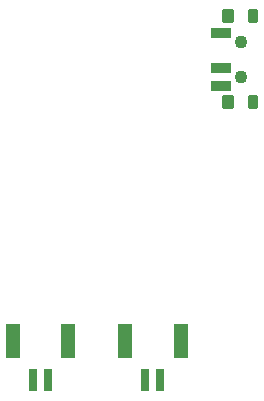
<source format=gbr>
G04 #@! TF.GenerationSoftware,KiCad,Pcbnew,(6.99.0-3982-g8d40bf25d6)*
G04 #@! TF.CreationDate,2022-10-20T10:42:08+02:00*
G04 #@! TF.ProjectId,test,74657374-2e6b-4696-9361-645f70636258,rev?*
G04 #@! TF.SameCoordinates,Original*
G04 #@! TF.FileFunction,Soldermask,Bot*
G04 #@! TF.FilePolarity,Negative*
%FSLAX46Y46*%
G04 Gerber Fmt 4.6, Leading zero omitted, Abs format (unit mm)*
G04 Created by KiCad (PCBNEW (6.99.0-3982-g8d40bf25d6)) date 2022-10-20 10:42:08*
%MOMM*%
%LPD*%
G01*
G04 APERTURE LIST*
G04 Aperture macros list*
%AMRoundRect*
0 Rectangle with rounded corners*
0 $1 Rounding radius*
0 $2 $3 $4 $5 $6 $7 $8 $9 X,Y pos of 4 corners*
0 Add a 4 corners polygon primitive as box body*
4,1,4,$2,$3,$4,$5,$6,$7,$8,$9,$2,$3,0*
0 Add four circle primitives for the rounded corners*
1,1,$1+$1,$2,$3*
1,1,$1+$1,$4,$5*
1,1,$1+$1,$6,$7*
1,1,$1+$1,$8,$9*
0 Add four rect primitives between the rounded corners*
20,1,$1+$1,$2,$3,$4,$5,0*
20,1,$1+$1,$4,$5,$6,$7,0*
20,1,$1+$1,$6,$7,$8,$9,0*
20,1,$1+$1,$8,$9,$2,$3,0*%
G04 Aperture macros list end*
%ADD10RoundRect,0.051000X0.500000X1.400000X-0.500000X1.400000X-0.500000X-1.400000X0.500000X-1.400000X0*%
%ADD11RoundRect,0.051000X0.300000X0.900000X-0.300000X0.900000X-0.300000X-0.900000X0.300000X-0.900000X0*%
%ADD12C,1.102360*%
%ADD13RoundRect,0.101600X-0.749300X0.349250X-0.749300X-0.349250X0.749300X-0.349250X0.749300X0.349250X0*%
%ADD14RoundRect,0.101600X0.299720X-0.499110X0.299720X0.499110X-0.299720X0.499110X-0.299720X-0.499110X0*%
%ADD15RoundRect,0.101600X0.398780X-0.499110X0.398780X0.499110X-0.398780X0.499110X-0.398780X-0.499110X0*%
G04 APERTURE END LIST*
D10*
X62350000Y-116825000D03*
X57650000Y-116825000D03*
D11*
X59375000Y-120175000D03*
X60625000Y-120175000D03*
X51125000Y-120175000D03*
X49875000Y-120175000D03*
D10*
X48150000Y-116825000D03*
X52850000Y-116825000D03*
D12*
X67500000Y-91501400D03*
X67500000Y-94498600D03*
D13*
X65752480Y-95247900D03*
X65752480Y-93749300D03*
X65752480Y-90752100D03*
D14*
X68498220Y-96649980D03*
D15*
X66400180Y-96649980D03*
D14*
X68498220Y-89350020D03*
D15*
X66400180Y-89350020D03*
D12*
X67500000Y-94498600D03*
X67500000Y-91501400D03*
M02*

</source>
